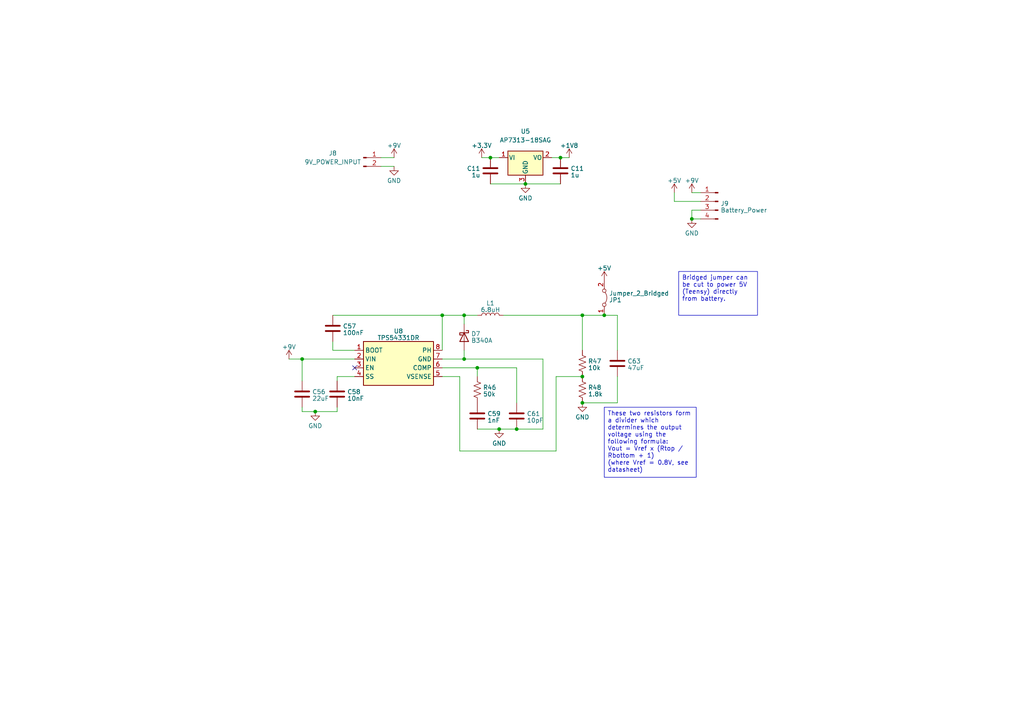
<source format=kicad_sch>
(kicad_sch (version 20230121) (generator eeschema)
  (paper "A4")
  (lib_symbols
    (symbol "Connector:Conn_01x02_Pin" (pin_names (offset 1.016) hide)
      (property "Reference" "J" (at 0 2.54 0))
      (property "Value" "Conn_01x02_Pin" (at 0 -5.08 0))
      (symbol "Conn_01x02_Pin_1_1"
        (polyline (pts (xy 1.27 -2.54) (xy 0.8636 -2.54)) (stroke (width 0.1524)))
        (polyline (pts (xy 1.27 0) (xy 0.8636 0)) (stroke (width 0.1524)))
        (rectangle (start 0.8636 -2.413) (end 0 -2.667) (stroke (width 0.1524)) (fill (type outline)))
        (rectangle (start 0.8636 0.127) (end 0 -0.127) (stroke (width 0.1524)) (fill (type outline)))
        (pin passive line (at 5.08 0 180) (length 3.81) (name "Pin_1") (number "1"))
        (pin passive line (at 5.08 -2.54 180) (length 3.81) (name "Pin_2") (number "2"))
      )
    )
    (symbol "Connector:Conn_01x04_Pin" (pin_names (offset 1.016) hide)
      (property "Reference" "J" (at 0 5.08 0))
      (property "Value" "Conn_01x04_Pin" (at 0 -7.62 0))
      (symbol "Conn_01x04_Pin_1_1"
        (polyline (pts (xy 1.27 -5.08) (xy 0.8636 -5.08)) (stroke (width 0.1524)))
        (polyline (pts (xy 1.27 -2.54) (xy 0.8636 -2.54)) (stroke (width 0.1524)))
        (polyline (pts (xy 1.27 0) (xy 0.8636 0)) (stroke (width 0.1524)))
        (polyline (pts (xy 1.27 2.54) (xy 0.8636 2.54)) (stroke (width 0.1524)))
        (rectangle (start 0.8636 -4.953) (end 0 -5.207) (stroke (width 0.1524)) (fill (type outline)))
        (rectangle (start 0.8636 -2.413) (end 0 -2.667) (stroke (width 0.1524)) (fill (type outline)))
        (rectangle (start 0.8636 0.127) (end 0 -0.127) (stroke (width 0.1524)) (fill (type outline)))
        (rectangle (start 0.8636 2.667) (end 0 2.413) (stroke (width 0.1524)) (fill (type outline)))
        (pin passive line (at 5.08 2.54 180) (length 3.81) (name "Pin_1") (number "1"))
        (pin passive line (at 5.08 0 180) (length 3.81) (name "Pin_2") (number "2"))
        (pin passive line (at 5.08 -2.54 180) (length 3.81) (name "Pin_3") (number "3"))
        (pin passive line (at 5.08 -5.08 180) (length 3.81) (name "Pin_4") (number "4"))
      )
    )
    (symbol "Device:C" (pin_numbers hide) (pin_names (offset 0.254))
      (property "Reference" "C" (at 0.635 2.54 0))
      (property "Value" "C" (at 0.635 -2.54 0))
      (symbol "C_0_1"
        (polyline (pts (xy -2.032 -0.762) (xy 2.032 -0.762)) (stroke (width 0.508)))
        (polyline (pts (xy -2.032 0.762) (xy 2.032 0.762)) (stroke (width 0.508)))
      )
      (symbol "C_1_1"
        (pin passive line (at 0 3.81 270) (length 2.794) (name "~") (number "1"))
        (pin passive line (at 0 -3.81 90) (length 2.794) (name "~") (number "2"))
      )
    )
    (symbol "Device:L" (pin_numbers hide) (pin_names (offset 1.016) hide)
      (property "Reference" "L" (at -1.27 0 90))
      (property "Value" "L" (at 1.905 0 90))
      (symbol "L_0_1"
        (arc (start 0 -2.54) (mid 0.6323 -1.905) (end 0 -1.27))
        (arc (start 0 -1.27) (mid 0.6323 -0.635) (end 0 0))
        (arc (start 0 0) (mid 0.6323 0.635) (end 0 1.27))
        (arc (start 0 1.27) (mid 0.6323 1.905) (end 0 2.54))
      )
      (symbol "L_1_1"
        (pin passive line (at 0 3.81 270) (length 1.27) (name "1") (number "1"))
        (pin passive line (at 0 -3.81 90) (length 1.27) (name "2") (number "2"))
      )
    )
    (symbol "Device:R_US" (pin_numbers hide) (pin_names (offset 0))
      (property "Reference" "R" (at 2.54 0 90))
      (property "Value" "R_US" (at -2.54 0 90))
      (symbol "R_US_0_1"
        (polyline (pts (xy 0 -2.286) (xy 0 -2.54)))
        (polyline (pts (xy 0 2.286) (xy 0 2.54)))
        (polyline (pts (xy 0 -0.762) (xy 1.016 -1.143) (xy 0 -1.524) (xy -1.016 -1.905) (xy 0 -2.286)))
        (polyline (pts (xy 0 0.762) (xy 1.016 0.381) (xy 0 0) (xy -1.016 -0.381) (xy 0 -0.762)))
        (polyline (pts (xy 0 2.286) (xy 1.016 1.905) (xy 0 1.524) (xy -1.016 1.143) (xy 0 0.762)))
      )
      (symbol "R_US_1_1"
        (pin passive line (at 0 3.81 270) (length 1.27) (name "~") (number "1"))
        (pin passive line (at 0 -3.81 90) (length 1.27) (name "~") (number "2"))
      )
    )
    (symbol "Diode:B340" (pin_numbers hide) (pin_names (offset 1.016) hide)
      (property "Reference" "D" (at 0 2.54 0))
      (property "Value" "B340" (at 0 -2.54 0))
      (symbol "B340_0_1"
        (polyline (pts (xy 1.27 0) (xy -1.27 0)))
        (polyline (pts (xy 1.27 1.27) (xy 1.27 -1.27) (xy -1.27 0) (xy 1.27 1.27)) (stroke (width 0.254)))
        (polyline (pts (xy -1.905 0.635) (xy -1.905 1.27) (xy -1.27 1.27) (xy -1.27 -1.27) (xy -0.635 -1.27) (xy -0.635 -0.635)) (stroke (width 0.254)))
      )
      (symbol "B340_1_1"
        (pin passive line (at -3.81 0 0) (length 2.54) (name "K") (number "1"))
        (pin passive line (at 3.81 0 180) (length 2.54) (name "A") (number "2"))
      )
    )
    (symbol "Jumper:Jumper_2_Bridged" (pin_names (offset 0) hide)
      (property "Reference" "JP" (at 0 1.905 0))
      (property "Value" "Jumper_2_Bridged" (at 0 -2.54 0))
      (symbol "Jumper_2_Bridged_0_0"
        (circle (center -2.032 0) (radius 0.508))
        (circle (center 2.032 0) (radius 0.508))
      )
      (symbol "Jumper_2_Bridged_0_1"
        (arc (start 1.524 0.254) (mid 0 0.762) (end -1.524 0.254))
      )
      (symbol "Jumper_2_Bridged_1_1"
        (pin passive line (at -5.08 0 0) (length 2.54) (name "A") (number "1"))
        (pin passive line (at 5.08 0 180) (length 2.54) (name "B") (number "2"))
      )
    )
    (symbol "Regulator_Linear:SPX2920M3-3.3_SOT223" (pin_names (offset 0.254))
      (property "Reference" "U4" (at 0 7.62 0))
      (property "Value" "AP7333-33SRG" (at 0 5.08 0))
      (symbol "SPX2920M3-3.3_SOT223_0_1"
        (rectangle (start -5.08 -5.08) (end 5.08 1.905) (stroke (width 0.254)) (fill (type background)))
      )
      (symbol "SPX2920M3-3.3_SOT223_1_1"
        (pin power_in line (at -7.62 0 0) (length 2.54) (name "VI") (number "1"))
        (pin power_out line (at 7.62 0 180) (length 2.54) (name "VO") (number "2"))
        (pin power_in line (at 0 -7.62 90) (length 2.54) (name "GND") (number "3"))
      )
    )
    (symbol "power:+1V8" (power) (pin_names (offset 0))
      (property "Value" "+1V8" (at 0 3.556 0))
      (symbol "+1V8_0_1"
        (polyline (pts (xy -0.762 1.27) (xy 0 2.54)))
        (polyline (pts (xy 0 0) (xy 0 2.54)))
        (polyline (pts (xy 0 2.54) (xy 0.762 1.27)))
      )
      (symbol "+1V8_1_1"
        (pin power_in line (at 0 0 90) (length 0) hide (name "+1V8") (number "1"))
      )
    )
    (symbol "power:+3.3V" (power) (pin_names (offset 0))
      (property "Value" "+3.3V" (at 0 3.556 0))
      (symbol "+3.3V_0_1"
        (polyline (pts (xy -0.762 1.27) (xy 0 2.54)))
        (polyline (pts (xy 0 0) (xy 0 2.54)))
        (polyline (pts (xy 0 2.54) (xy 0.762 1.27)))
      )
      (symbol "+3.3V_1_1"
        (pin power_in line (at 0 0 90) (length 0) hide (name "+3.3V") (number "1"))
      )
    )
    (symbol "power:+5V" (power) (pin_names (offset 0))
      (property "Value" "+5V" (at 0 3.556 0))
      (symbol "+5V_0_1"
        (polyline (pts (xy -0.762 1.27) (xy 0 2.54)))
        (polyline (pts (xy 0 0) (xy 0 2.54)))
        (polyline (pts (xy 0 2.54) (xy 0.762 1.27)))
      )
      (symbol "+5V_1_1"
        (pin power_in line (at 0 0 90) (length 0) hide (name "+5V") (number "1"))
      )
    )
    (symbol "power:+9V" (power) (pin_names (offset 0))
      (property "Value" "+9V" (at 0 3.556 0))
      (symbol "+9V_0_1"
        (polyline (pts (xy -0.762 1.27) (xy 0 2.54)))
        (polyline (pts (xy 0 0) (xy 0 2.54)))
        (polyline (pts (xy 0 2.54) (xy 0.762 1.27)))
      )
      (symbol "+9V_1_1"
        (pin power_in line (at 0 0 90) (length 0) hide (name "+9V") (number "1"))
      )
    )
    (symbol "power:GND" (power) (pin_names (offset 0))
      (property "Value" "GND" (at 0 -3.81 0))
      (symbol "GND_0_1"
        (polyline (pts (xy 0 0) (xy 0 -1.27) (xy 1.27 -1.27) (xy 0 -2.54) (xy -1.27 -1.27) (xy 0 -1.27)))
      )
      (symbol "GND_1_1"
        (pin power_in line (at 0 0 270) (length 0) hide (name "GND") (number "1"))
      )
    )
    (symbol "stomp:TPS54331DR"
      (property "Reference" "U" (at -10.16 8.89 0))
      (property "Value" "TPS54331DR" (at -1.27 8.89 0))
      (symbol "TPS54331DR_0_1"
        (rectangle (start -10.16 7.62) (end 10.16 -5.08) (stroke (width 0.254)) (fill (type background)))
      )
      (symbol "TPS54331DR_1_1"
        (pin input line (at -12.7 5.08 0) (length 2.54) (name "BOOT") (number "1"))
        (pin power_in line (at -12.7 2.54 0) (length 2.54) (name "VIN") (number "2"))
        (pin input line (at -12.7 0 0) (length 2.54) (name "EN") (number "3"))
        (pin input line (at -12.7 -2.54 0) (length 2.54) (name "SS") (number "4"))
        (pin input line (at 12.7 -2.54 180) (length 2.54) (name "VSENSE") (number "5"))
        (pin input line (at 12.7 0 180) (length 2.54) (name "COMP") (number "6"))
        (pin power_in line (at 12.7 2.54 180) (length 2.54) (name "GND") (number "7"))
        (pin output line (at 12.7 5.08 180) (length 2.54) (name "PH") (number "8"))
      )
    )
  )
  (junction (at 162.56 45.72))
  (junction (at 134.62 91.44))
  (junction (at 152.4 53.34))
  (junction (at 175.26 91.44))
  (junction (at 200.66 63.5))
  (junction (at 168.91 116.84))
  (junction (at 87.63 104.14))
  (junction (at 138.43 106.68))
  (junction (at 134.62 104.14))
  (junction (at 168.91 109.22))
  (junction (at 168.91 91.44))
  (junction (at 142.24 45.72))
  (junction (at 149.86 124.46))
  (junction (at 91.44 119.38))
  (junction (at 128.27 91.44))
  (junction (at 144.78 124.46))
  (no_connect (at 102.87 106.68))
  (wire (pts (xy 128.27 104.14) (xy 134.62 104.14)))
  (wire (pts (xy 128.27 91.44) (xy 96.52 91.44)))
  (wire (pts (xy 134.62 104.14) (xy 134.62 101.6)))
  (wire (pts (xy 134.62 91.44) (xy 134.62 93.98)))
  (wire (pts (xy 87.63 104.14) (xy 102.87 104.14)))
  (wire (pts (xy 144.78 124.46) (xy 149.86 124.46)))
  (wire (pts (xy 200.66 63.5) (xy 203.2 63.5)))
  (wire (pts (xy 175.26 91.44) (xy 179.07 91.44)))
  (wire (pts (xy 133.35 130.81) (xy 161.29 130.81)))
  (wire (pts (xy 146.05 91.44) (xy 168.91 91.44)))
  (wire (pts (xy 142.24 53.34) (xy 152.4 53.34)))
  (wire (pts (xy 179.07 116.84) (xy 179.07 109.22)))
  (wire (pts (xy 97.79 110.49) (xy 97.79 109.22)))
  (wire (pts (xy 133.35 109.22) (xy 133.35 130.81)))
  (wire (pts (xy 83.82 104.14) (xy 87.63 104.14)))
  (wire (pts (xy 138.43 106.68) (xy 138.43 109.22)))
  (wire (pts (xy 195.58 58.42) (xy 195.58 55.88)))
  (wire (pts (xy 134.62 91.44) (xy 138.43 91.44)))
  (wire (pts (xy 87.63 110.49) (xy 87.63 104.14)))
  (wire (pts (xy 128.27 91.44) (xy 134.62 91.44)))
  (wire (pts (xy 139.7 45.72) (xy 142.24 45.72)))
  (wire (pts (xy 157.48 124.46) (xy 157.48 104.14)))
  (wire (pts (xy 142.24 45.72) (xy 144.78 45.72)))
  (wire (pts (xy 149.86 106.68) (xy 149.86 116.84)))
  (wire (pts (xy 134.62 104.14) (xy 157.48 104.14)))
  (wire (pts (xy 97.79 119.38) (xy 97.79 118.11)))
  (wire (pts (xy 203.2 60.96) (xy 200.66 60.96)))
  (wire (pts (xy 200.66 60.96) (xy 200.66 63.5)))
  (wire (pts (xy 128.27 101.6) (xy 128.27 91.44)))
  (wire (pts (xy 149.86 124.46) (xy 157.48 124.46)))
  (wire (pts (xy 138.43 106.68) (xy 149.86 106.68)))
  (wire (pts (xy 87.63 118.11) (xy 87.63 119.38)))
  (wire (pts (xy 87.63 119.38) (xy 91.44 119.38)))
  (wire (pts (xy 160.02 45.72) (xy 162.56 45.72)))
  (wire (pts (xy 128.27 109.22) (xy 133.35 109.22)))
  (wire (pts (xy 203.2 58.42) (xy 195.58 58.42)))
  (wire (pts (xy 128.27 106.68) (xy 138.43 106.68)))
  (wire (pts (xy 96.52 101.6) (xy 96.52 99.06)))
  (wire (pts (xy 161.29 130.81) (xy 161.29 109.22)))
  (wire (pts (xy 91.44 119.38) (xy 97.79 119.38)))
  (wire (pts (xy 102.87 101.6) (xy 96.52 101.6)))
  (wire (pts (xy 97.79 109.22) (xy 102.87 109.22)))
  (wire (pts (xy 168.91 116.84) (xy 179.07 116.84)))
  (wire (pts (xy 138.43 124.46) (xy 144.78 124.46)))
  (wire (pts (xy 168.91 91.44) (xy 168.91 101.6)))
  (wire (pts (xy 168.91 91.44) (xy 175.26 91.44)))
  (wire (pts (xy 110.49 45.72) (xy 114.3 45.72)))
  (wire (pts (xy 152.4 53.34) (xy 162.56 53.34)))
  (wire (pts (xy 161.29 109.22) (xy 168.91 109.22)))
  (wire (pts (xy 162.56 45.72) (xy 165.1 45.72)))
  (wire (pts (xy 179.07 91.44) (xy 179.07 101.6)))
  (wire (pts (xy 110.49 48.26) (xy 114.3 48.26)))
  (wire (pts (xy 200.66 55.88) (xy 203.2 55.88)))
  (text_box "Bridged jumper can be cut to power 5V (Teensy) directly from battery." (at 196.85 78.74 0) (size 22.86 12.7) (effects (font (size 1.27 1.27)) (justify left top)))
  (text_box "These two resistors form a divider which determines the output voltage using the following formula:\nVout = Vref x (Rtop / Rbottom + 1)\n(where Vref = 0.8V, see datasheet)" (at 175.26 118.11 0) (size 26.67 20.32) (effects (font (size 1.27 1.27)) (justify left top)))
  (symbol (lib_id "Device:C") (at 87.63 114.3 0) (unit 1)
    (property "Reference" "C56" (at 90.551 113.6563 0) (effects (justify left)))
    (property "Value" "22uF" (at 90.551 115.5773 0) (effects (justify left)))
    (property "Footprint" "Capacitor_SMD:C_0805_2012Metric" (effects hide))
    (instances (project "body" (path "" (reference "C56") (unit 1))) (project "stomp_00" (path "" (reference "C1") (unit 1))))
  )
  (symbol (lib_id "Device:C") (at 162.56 49.53 0) (unit 1)
    (property "Reference" "C11" (at 165.481 48.8863 0) (effects (justify left)))
    (property "Value" "1u" (at 165.481 50.8073 0) (effects (justify left)))
    (property "Footprint" "Capacitor_SMD:C_0603_1608Metric" (effects hide))
    (instances (project "body" (path "" (reference "C11") (unit 1)) (path "" (reference "C49") (unit 1)) (path "" (reference "C60") (unit 1)) (path "" (reference "C62") (unit 1))) (project "stomp_00" (path "" (reference "C17") (unit 1))))
  )
  (symbol (lib_id "power:GND") (at 144.78 124.46 0) (unit 1)
    (property "Reference" "#PWR073" (effects hide))
    (property "Value" "GND" (at 144.78 128.5955 0))
    (instances (project "body" (path "" (reference "#PWR073") (unit 1))) (project "dk2_02_bottom" (path "" (reference "#PWR045") (unit 1))) (project "stomp_00" (path "" (reference "#PWR05") (unit 1)) (path "" (reference "#PWR014") (unit 1)) (path "" (reference "#PWR012") (unit 1))))
  )
  (symbol (lib_id "power:GND") (at 168.91 116.84 0) (unit 1)
    (property "Reference" "#PWR076" (effects hide))
    (property "Value" "GND" (at 168.91 120.9755 0))
    (instances (project "body" (path "" (reference "#PWR076") (unit 1))) (project "dk2_02_bottom" (path "" (reference "#PWR045") (unit 1))) (project "stomp_00" (path "" (reference "#PWR05") (unit 1)) (path "" (reference "#PWR015") (unit 1)) (path "" (reference "#PWR012") (unit 1))))
  )
  (symbol (lib_id "power:+1V8") (at 165.1 45.72 0) (unit 1)
    (property "Reference" "#PWR037" (effects hide))
    (property "Value" "+1V8" (at 165.1 42.2181 0))
    (instances (project "body" (path "" (reference "#PWR037") (unit 1)) (path "" (reference "#PWR044") (unit 1)) (path "" (reference "#PWR051") (unit 1)) (path "" (reference "#PWR075") (unit 1))) (project "stomp_00" (path "" (reference "#PWR03") (unit 1)) (path "" (reference "#PWR029") (unit 1))))
  )
  (symbol (lib_id "Diode:B340") (at 134.62 97.79 270) (unit 1)
    (property "Reference" "D7" (at 136.652 96.8288 90) (effects (justify left)))
    (property "Value" "B340A" (at 136.652 98.7498 90) (effects (justify left)))
    (property "Footprint" "Diode_SMD:D_SMA" (effects hide))
    (property "Datasheet" "http://www.jameco.com/Jameco/Products/ProdDS/1538777.pdf" (effects hide))
    (instances (project "body" (path "" (reference "D7") (unit 1))) (project "stomp_00" (path "" (reference "D2") (unit 1))))
  )
  (symbol (lib_id "power:+9V") (at 114.3 45.72 0) (unit 1)
    (property "Reference" "#PWR054" (effects hide))
    (property "Value" "+9V" (at 114.3 42.2181 0))
    (instances (project "body" (path "" (reference "#PWR054") (unit 1)) (path "" (reference "#PWR070") (unit 1))))
  )
  (symbol (lib_id "stomp:TPS54331DR") (at 115.57 106.68 0) (unit 1)
    (property "Reference" "U8" (at 115.57 96.0501 0))
    (property "Value" "TPS54331DR" (at 115.57 97.9711 0))
    (property "Footprint" "Package_SO:SOIC-8_3.9x4.9mm_P1.27mm" (effects hide))
    (property "Datasheet" "http://www.ti.com/lit/ds/symlink/tps54331.pdf" (effects hide))
    (instances (project "body" (path "" (reference "U8") (unit 1))) (project "stomp_00" (path "" (reference "U2") (unit 1))))
  )
  (symbol (lib_id "power:GND") (at 152.4 53.34 0) (unit 1)
    (property "Reference" "#PWR074" (effects hide))
    (property "Value" "GND" (at 152.4 57.4755 0))
    (instances (project "body" (path "" (reference "#PWR074") (unit 1))) (project "dk2_02_bottom" (path "" (reference "#PWR045") (unit 1))) (project "stomp_00" (path "" (reference "#PWR05") (unit 1)) (path "" (reference "#PWR014") (unit 1)) (path "" (reference "#PWR012") (unit 1))))
  )
  (symbol (lib_id "Device:C") (at 97.79 114.3 0) (unit 1)
    (property "Reference" "C58" (at 100.711 113.6563 0) (effects (justify left)))
    (property "Value" "10nF" (at 100.711 115.5773 0) (effects (justify left)))
    (property "Footprint" "Capacitor_SMD:C_0603_1608Metric" (effects hide))
    (instances (project "body" (path "" (reference "C58") (unit 1))) (project "stomp_00" (path "" (reference "C3") (unit 1))))
  )
  (symbol (lib_id "Jumper:Jumper_2_Bridged") (at 175.26 86.36 270) (mirror x) (unit 1)
    (property "Reference" "JP1" (at 176.657 87.0037 90) (effects (justify left)))
    (property "Value" "Jumper_2_Bridged" (at 176.657 85.0827 90) (effects (justify left)))
    (property "Footprint" "Jumper:SolderJumper-2_P1.3mm_Bridged_Pad1.0x1.5mm" (effects hide))
  )
  (symbol (lib_id "power:+9V") (at 83.82 104.14 0) (unit 1)
    (property "Reference" "#PWR068" (effects hide))
    (property "Value" "+9V" (at 83.82 100.6381 0))
    (instances (project "body" (path "" (reference "#PWR068") (unit 1))) (project "stomp_00" (path "" (reference "#PWR04") (unit 1)) (path "" (reference "#PWR012") (unit 1)) (path "" (reference "#PWR09") (unit 1))))
  )
  (symbol (lib_id "power:+5V") (at 175.26 81.28 0) (unit 1)
    (property "Reference" "#PWR077" (effects hide))
    (property "Value" "+5V" (at 175.26 77.7781 0))
    (instances (project "body" (path "" (reference "#PWR077") (unit 1))) (project "dk2_02_bottom" (path "" (reference "#PWR049") (unit 1))) (project "stomp_00" (path "" (reference "#PWR06") (unit 1)) (path "" (reference "#PWR016") (unit 1)) (path "" (reference "#PWR013") (unit 1))))
  )
  (symbol (lib_id "power:GND") (at 114.3 48.26 0) (unit 1)
    (property "Reference" "#PWR071" (effects hide))
    (property "Value" "GND" (at 114.3 52.3955 0))
    (instances (project "body" (path "" (reference "#PWR071") (unit 1))) (project "dk2_02_bottom" (path "" (reference "#PWR045") (unit 1))) (project "stomp_00" (path "" (reference "#PWR05") (unit 1)) (path "" (reference "#PWR014") (unit 1)) (path "" (reference "#PWR012") (unit 1))))
  )
  (symbol (lib_id "Connector:Conn_01x02_Pin") (at 105.41 45.72 0) (unit 1)
    (property "Reference" "J8" (at 96.52 44.45 0))
    (property "Value" "9V_POWER_INPUT" (at 96.52 46.99 0))
    (property "Footprint" "Connector_PinHeader_2.54mm:PinHeader_1x02_P2.54mm_Horizontal" (effects hide))
  )
  (symbol (lib_id "Connector:Conn_01x04_Pin") (at 208.28 58.42 0) (mirror y) (unit 1)
    (property "Reference" "J9" (at 208.9912 59.0463 0) (effects (justify right)))
    (property "Value" "Battery_Power" (at 208.9912 60.9673 0) (effects (justify right)))
    (property "Footprint" "Connector_PinHeader_2.54mm:PinHeader_1x04_P2.54mm_Vertical" (effects hide))
  )
  (symbol (lib_id "power:+5V") (at 195.58 55.88 0) (unit 1)
    (property "Reference" "#PWR078" (effects hide))
    (property "Value" "+5V" (at 195.58 52.3781 0))
    (instances (project "body" (path "" (reference "#PWR078") (unit 1))) (project "dk2_02_bottom" (path "" (reference "#PWR049") (unit 1))) (project "stomp_00" (path "" (reference "#PWR06") (unit 1)) (path "" (reference "#PWR016") (unit 1)) (path "" (reference "#PWR013") (unit 1))))
  )
  (symbol (lib_id "power:GND") (at 91.44 119.38 0) (unit 1)
    (property "Reference" "#PWR069" (effects hide))
    (property "Value" "GND" (at 91.44 123.5155 0))
    (instances (project "body" (path "" (reference "#PWR069") (unit 1))) (project "dk2_02_bottom" (path "" (reference "#PWR045") (unit 1))) (project "stomp_00" (path "" (reference "#PWR05") (unit 1)) (path "" (reference "#PWR013") (unit 1)) (path "" (reference "#PWR012") (unit 1))))
  )
  (symbol (lib_id "Device:C") (at 149.86 120.65 0) (unit 1)
    (property "Reference" "C61" (at 152.781 120.0063 0) (effects (justify left)))
    (property "Value" "10pF" (at 152.781 121.9273 0) (effects (justify left)))
    (property "Footprint" "Capacitor_SMD:C_0603_1608Metric" (effects hide))
    (instances (project "body" (path "" (reference "C61") (unit 1))) (project "stomp_00" (path "" (reference "C5") (unit 1))))
  )
  (symbol (lib_id "Device:C") (at 142.24 49.53 0) (mirror y) (unit 1)
    (property "Reference" "C11" (at 139.319 48.8863 0) (effects (justify left)))
    (property "Value" "1u" (at 139.319 50.8073 0) (effects (justify left)))
    (property "Footprint" "Capacitor_SMD:C_0603_1608Metric" (effects hide))
    (instances (project "body" (path "" (reference "C11") (unit 1)) (path "" (reference "C49") (unit 1)) (path "" (reference "C60") (unit 1)) (path "" (reference "C60") (unit 1))) (project "stomp_00" (path "" (reference "C17") (unit 1))))
  )
  (symbol (lib_id "Device:R_US") (at 138.43 113.03 0) (unit 1)
    (property "Reference" "R46" (at 140.081 112.3863 0) (effects (justify left)))
    (property "Value" "50k" (at 140.081 114.3073 0) (effects (justify left)))
    (property "Footprint" "Resistor_SMD:R_0603_1608Metric" (effects hide))
    (instances (project "body" (path "" (reference "R46") (unit 1))) (project "stomp_00" (path "" (reference "R1") (unit 1))))
  )
  (symbol (lib_id "power:+3.3V") (at 139.7 45.72 0) (unit 1)
    (property "Reference" "#PWR033" (effects hide))
    (property "Value" "+3.3V" (at 139.7 42.2181 0))
    (instances (project "body" (path "" (reference "#PWR033") (unit 1)) (path "" (reference "#PWR040") (unit 1)) (path "" (reference "#PWR047") (unit 1)) (path "" (reference "#PWR072") (unit 1))) (project "stomp_00" (path "" (reference "#PWR01") (unit 1)) (path "" (reference "#PWR025") (unit 1))))
  )
  (symbol (lib_id "Device:C") (at 96.52 95.25 0) (unit 1)
    (property "Reference" "C57" (at 99.441 94.6063 0) (effects (justify left)))
    (property "Value" "100nF" (at 99.441 96.5273 0) (effects (justify left)))
    (property "Footprint" "Capacitor_SMD:C_0603_1608Metric" (effects hide))
    (instances (project "body" (path "" (reference "C57") (unit 1))) (project "stomp_00" (path "" (reference "C2") (unit 1))))
  )
  (symbol (lib_id "Device:R_US") (at 168.91 105.41 0) (unit 1)
    (property "Reference" "R47" (at 170.561 104.7663 0) (effects (justify left)))
    (property "Value" "10k" (at 170.561 106.6873 0) (effects (justify left)))
    (property "Footprint" "Resistor_SMD:R_0603_1608Metric" (effects hide))
    (instances (project "body" (path "" (reference "R47") (unit 1))) (project "stomp_00" (path "" (reference "R2") (unit 1))))
  )
  (symbol (lib_id "Device:C") (at 138.43 120.65 0) (unit 1)
    (property "Reference" "C59" (at 141.351 120.0063 0) (effects (justify left)))
    (property "Value" "1nF" (at 141.351 121.9273 0) (effects (justify left)))
    (property "Footprint" "Capacitor_SMD:C_0603_1608Metric" (effects hide))
    (instances (project "body" (path "" (reference "C59") (unit 1))) (project "stomp_00" (path "" (reference "C4") (unit 1))))
  )
  (symbol (lib_id "Device:C") (at 179.07 105.41 0) (unit 1)
    (property "Reference" "C63" (at 181.991 104.7663 0) (effects (justify left)))
    (property "Value" "47uF" (at 181.991 106.6873 0) (effects (justify left)))
    (property "Footprint" "Capacitor_SMD:C_1210_3225Metric" (effects hide))
    (instances (project "body" (path "" (reference "C63") (unit 1))) (project "stomp_00" (path "" (reference "C6") (unit 1))))
  )
  (symbol (lib_id "power:+9V") (at 200.66 55.88 0) (unit 1)
    (property "Reference" "#PWR054" (effects hide))
    (property "Value" "+9V" (at 200.66 52.3781 0))
    (instances (project "body" (path "" (reference "#PWR054") (unit 1)) (path "" (reference "#PWR079") (unit 1))))
  )
  (symbol (lib_id "power:GND") (at 200.66 63.5 0) (unit 1)
    (property "Reference" "#PWR080" (effects hide))
    (property "Value" "GND" (at 200.66 67.6355 0))
    (instances (project "body" (path "" (reference "#PWR080") (unit 1))) (project "dk2_02_bottom" (path "" (reference "#PWR045") (unit 1))) (project "stomp_00" (path "" (reference "#PWR05") (unit 1)) (path "" (reference "#PWR014") (unit 1)) (path "" (reference "#PWR012") (unit 1))))
  )
  (symbol (lib_id "Device:L") (at 142.24 91.44 90) (unit 1)
    (property "Reference" "L1" (at 142.24 87.9247 90))
    (property "Value" "6.8uH" (at 142.24 89.8457 90))
    (property "Footprint" "Inductor_SMD:L_Changjiang_FNR4020S" (effects hide))
  )
  (symbol (lib_id "Device:R_US") (at 168.91 113.03 0) (unit 1)
    (property "Reference" "R48" (at 170.561 112.3863 0) (effects (justify left)))
    (property "Value" "1.8k" (at 170.561 114.3073 0) (effects (justify left)))
    (property "Footprint" "Resistor_SMD:R_0603_1608Metric" (effects hide))
    (instances (project "body" (path "" (reference "R48") (unit 1))) (project "stomp_00" (path "" (reference "R3") (unit 1))))
  )
  (symbol (lib_id "Regulator_Linear:SPX2920M3-3.3_SOT223") (at 152.4 45.72 0) (unit 1)
    (property "Reference" "U5" (at 152.4 38.1 0))
    (property "Value" "AP7313-18SAG" (at 152.4 40.64 0))
    (property "Footprint" "Package_TO_SOT_SMD:SOT-23" (effects hide))
    (property "Datasheet" "http://www.zlgmcu.com/Sipex/LDO/PDF/spx2920.pdf" (effects hide))
    (instances (project "body" (path "" (reference "U5") (unit 1)) (path "" (reference "U7") (unit 1)) (path "" (reference "U9") (unit 1)) (path "" (reference "U5") (unit 1)) (path "" (reference "U9") (unit 1))) (project "dk2_01" (path "" (reference "U11") (unit 1))) (project "stomp_00" (path "" (reference "U5") (unit 1)) (path "" (reference "U5") (unit 1)) (path "" (reference "U4") (unit 1))))
  )
)
</source>
